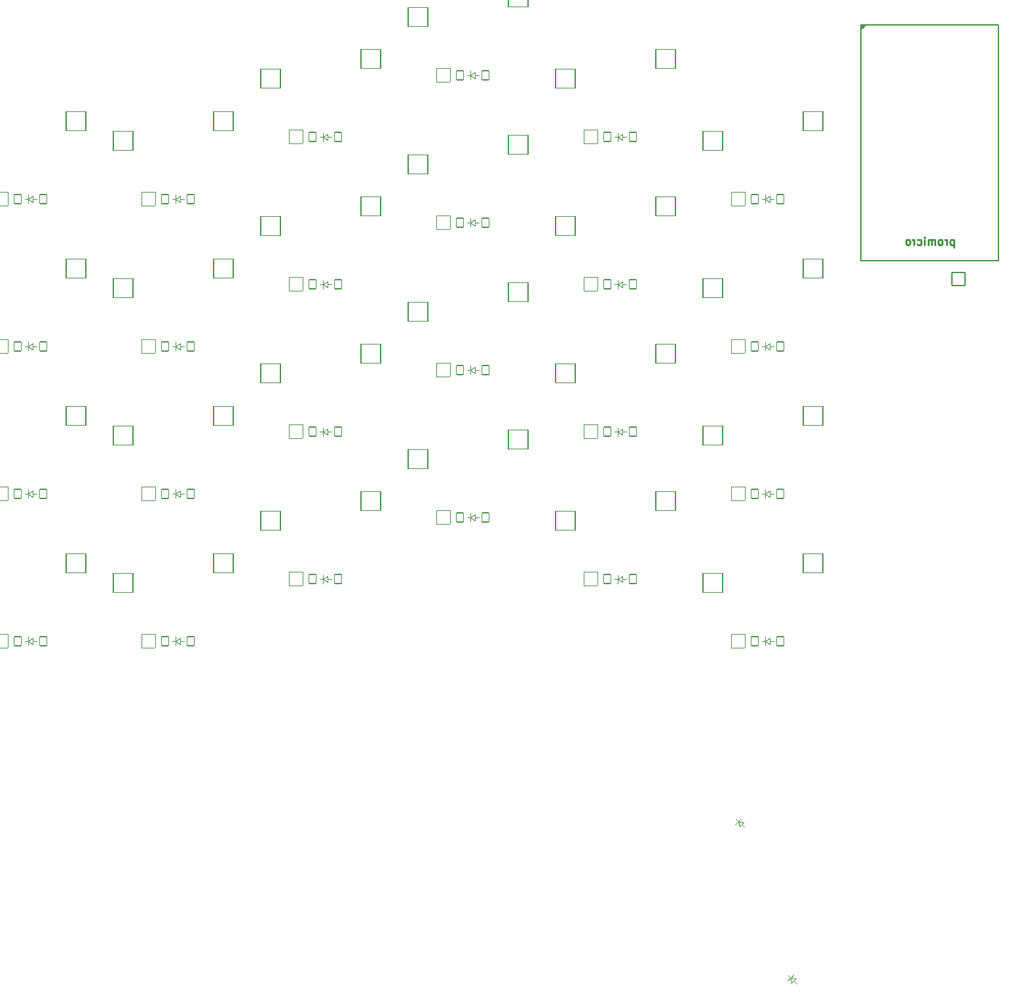
<source format=gbr>
%TF.GenerationSoftware,KiCad,Pcbnew,9.0.3-1.fc42*%
%TF.CreationDate,2025-07-31T15:34:24-03:00*%
%TF.ProjectId,main_pcb,6d61696e-5f70-4636-922e-6b696361645f,v1.0.0*%
%TF.SameCoordinates,Original*%
%TF.FileFunction,Legend,Bot*%
%TF.FilePolarity,Positive*%
%FSLAX46Y46*%
G04 Gerber Fmt 4.6, Leading zero omitted, Abs format (unit mm)*
G04 Created by KiCad (PCBNEW 9.0.3-1.fc42) date 2025-07-31 15:34:24*
%MOMM*%
%LPD*%
G01*
G04 APERTURE LIST*
G04 Aperture macros list*
%AMRoundRect*
0 Rectangle with rounded corners*
0 $1 Rounding radius*
0 $2 $3 $4 $5 $6 $7 $8 $9 X,Y pos of 4 corners*
0 Add a 4 corners polygon primitive as box body*
4,1,4,$2,$3,$4,$5,$6,$7,$8,$9,$2,$3,0*
0 Add four circle primitives for the rounded corners*
1,1,$1+$1,$2,$3*
1,1,$1+$1,$4,$5*
1,1,$1+$1,$6,$7*
1,1,$1+$1,$8,$9*
0 Add four rect primitives between the rounded corners*
20,1,$1+$1,$2,$3,$4,$5,0*
20,1,$1+$1,$4,$5,$6,$7,0*
20,1,$1+$1,$6,$7,$8,$9,0*
20,1,$1+$1,$8,$9,$2,$3,0*%
%AMFreePoly0*
4,1,16,0.535355,0.785355,0.550000,0.750000,0.550000,-0.750000,0.535355,-0.785355,0.500000,-0.800000,-0.500000,-0.800000,-0.535355,-0.785355,-0.541603,-0.777735,-1.041603,-0.027735,-1.049029,0.009806,-1.041603,0.027735,-0.541603,0.777735,-0.509806,0.799029,-0.500000,0.800000,0.500000,0.800000,0.535355,0.785355,0.535355,0.785355,$1*%
%AMFreePoly1*
4,1,16,0.685355,0.785355,0.700000,0.750000,0.691603,0.722265,0.210093,0.000000,0.691603,-0.722265,0.699029,-0.759806,0.677735,-0.791603,0.650000,-0.800000,-0.500000,-0.800000,-0.535355,-0.785355,-0.550000,-0.750000,-0.550000,0.750000,-0.535355,0.785355,-0.500000,0.800000,0.650000,0.800000,0.685355,0.785355,0.685355,0.785355,$1*%
G04 Aperture macros list end*
%ADD10C,0.250000*%
%ADD11C,0.100000*%
%ADD12C,0.200000*%
%ADD13RoundRect,0.050000X-0.889000X-0.889000X0.889000X-0.889000X0.889000X0.889000X-0.889000X0.889000X0*%
%ADD14RoundRect,0.050000X-0.450000X-0.600000X0.450000X-0.600000X0.450000X0.600000X-0.450000X0.600000X0*%
%ADD15C,2.005000*%
%ADD16C,1.801800*%
%ADD17C,3.100000*%
%ADD18C,4.087800*%
%ADD19RoundRect,0.050000X-1.785445X0.017678X0.017678X-1.785445X1.785445X-0.017678X-0.017678X1.785445X0*%
%ADD20RoundRect,0.050000X-1.275000X-1.250000X1.275000X-1.250000X1.275000X1.250000X-1.275000X1.250000X0*%
%ADD21C,1.852600*%
%ADD22FreePoly0,180.000000*%
%ADD23FreePoly1,180.000000*%
%ADD24FreePoly1,0.000000*%
%ADD25FreePoly0,0.000000*%
%ADD26C,0.900000*%
%ADD27RoundRect,0.050000X-1.257236X0.000000X0.000000X-1.257236X1.257236X0.000000X0.000000X1.257236X0*%
%ADD28RoundRect,0.050000X-0.742462X-0.106066X-0.106066X-0.742462X0.742462X0.106066X0.106066X0.742462X0*%
%ADD29C,1.600000*%
%ADD30O,2.300000X1.700000*%
%ADD31C,0.800000*%
%ADD32C,4.500000*%
%ADD33RoundRect,0.050000X-0.850000X-0.850000X0.850000X-0.850000X0.850000X0.850000X-0.850000X0.850000X0*%
%ADD34O,1.800000X1.800000*%
G04 APERTURE END LIST*
D10*
X269291428Y-103102952D02*
X269291428Y-104102952D01*
X269291428Y-103150571D02*
X269196190Y-103102952D01*
X269196190Y-103102952D02*
X269005714Y-103102952D01*
X269005714Y-103102952D02*
X268910476Y-103150571D01*
X268910476Y-103150571D02*
X268862857Y-103198190D01*
X268862857Y-103198190D02*
X268815238Y-103293428D01*
X268815238Y-103293428D02*
X268815238Y-103579142D01*
X268815238Y-103579142D02*
X268862857Y-103674380D01*
X268862857Y-103674380D02*
X268910476Y-103722000D01*
X268910476Y-103722000D02*
X269005714Y-103769619D01*
X269005714Y-103769619D02*
X269196190Y-103769619D01*
X269196190Y-103769619D02*
X269291428Y-103722000D01*
X268386666Y-103769619D02*
X268386666Y-103102952D01*
X268386666Y-103293428D02*
X268339047Y-103198190D01*
X268339047Y-103198190D02*
X268291428Y-103150571D01*
X268291428Y-103150571D02*
X268196190Y-103102952D01*
X268196190Y-103102952D02*
X268100952Y-103102952D01*
X267624761Y-103769619D02*
X267719999Y-103722000D01*
X267719999Y-103722000D02*
X267767618Y-103674380D01*
X267767618Y-103674380D02*
X267815237Y-103579142D01*
X267815237Y-103579142D02*
X267815237Y-103293428D01*
X267815237Y-103293428D02*
X267767618Y-103198190D01*
X267767618Y-103198190D02*
X267719999Y-103150571D01*
X267719999Y-103150571D02*
X267624761Y-103102952D01*
X267624761Y-103102952D02*
X267481904Y-103102952D01*
X267481904Y-103102952D02*
X267386666Y-103150571D01*
X267386666Y-103150571D02*
X267339047Y-103198190D01*
X267339047Y-103198190D02*
X267291428Y-103293428D01*
X267291428Y-103293428D02*
X267291428Y-103579142D01*
X267291428Y-103579142D02*
X267339047Y-103674380D01*
X267339047Y-103674380D02*
X267386666Y-103722000D01*
X267386666Y-103722000D02*
X267481904Y-103769619D01*
X267481904Y-103769619D02*
X267624761Y-103769619D01*
X266862856Y-103769619D02*
X266862856Y-103102952D01*
X266862856Y-103198190D02*
X266815237Y-103150571D01*
X266815237Y-103150571D02*
X266719999Y-103102952D01*
X266719999Y-103102952D02*
X266577142Y-103102952D01*
X266577142Y-103102952D02*
X266481904Y-103150571D01*
X266481904Y-103150571D02*
X266434285Y-103245809D01*
X266434285Y-103245809D02*
X266434285Y-103769619D01*
X266434285Y-103245809D02*
X266386666Y-103150571D01*
X266386666Y-103150571D02*
X266291428Y-103102952D01*
X266291428Y-103102952D02*
X266148571Y-103102952D01*
X266148571Y-103102952D02*
X266053332Y-103150571D01*
X266053332Y-103150571D02*
X266005713Y-103245809D01*
X266005713Y-103245809D02*
X266005713Y-103769619D01*
X265529523Y-103769619D02*
X265529523Y-103102952D01*
X265529523Y-102769619D02*
X265577142Y-102817238D01*
X265577142Y-102817238D02*
X265529523Y-102864857D01*
X265529523Y-102864857D02*
X265481904Y-102817238D01*
X265481904Y-102817238D02*
X265529523Y-102769619D01*
X265529523Y-102769619D02*
X265529523Y-102864857D01*
X264624762Y-103722000D02*
X264720000Y-103769619D01*
X264720000Y-103769619D02*
X264910476Y-103769619D01*
X264910476Y-103769619D02*
X265005714Y-103722000D01*
X265005714Y-103722000D02*
X265053333Y-103674380D01*
X265053333Y-103674380D02*
X265100952Y-103579142D01*
X265100952Y-103579142D02*
X265100952Y-103293428D01*
X265100952Y-103293428D02*
X265053333Y-103198190D01*
X265053333Y-103198190D02*
X265005714Y-103150571D01*
X265005714Y-103150571D02*
X264910476Y-103102952D01*
X264910476Y-103102952D02*
X264720000Y-103102952D01*
X264720000Y-103102952D02*
X264624762Y-103150571D01*
X264196190Y-103769619D02*
X264196190Y-103102952D01*
X264196190Y-103293428D02*
X264148571Y-103198190D01*
X264148571Y-103198190D02*
X264100952Y-103150571D01*
X264100952Y-103150571D02*
X264005714Y-103102952D01*
X264005714Y-103102952D02*
X263910476Y-103102952D01*
X263434285Y-103769619D02*
X263529523Y-103722000D01*
X263529523Y-103722000D02*
X263577142Y-103674380D01*
X263577142Y-103674380D02*
X263624761Y-103579142D01*
X263624761Y-103579142D02*
X263624761Y-103293428D01*
X263624761Y-103293428D02*
X263577142Y-103198190D01*
X263577142Y-103198190D02*
X263529523Y-103150571D01*
X263529523Y-103150571D02*
X263434285Y-103102952D01*
X263434285Y-103102952D02*
X263291428Y-103102952D01*
X263291428Y-103102952D02*
X263196190Y-103150571D01*
X263196190Y-103150571D02*
X263148571Y-103198190D01*
X263148571Y-103198190D02*
X263100952Y-103293428D01*
X263100952Y-103293428D02*
X263100952Y-103579142D01*
X263100952Y-103579142D02*
X263148571Y-103674380D01*
X263148571Y-103674380D02*
X263196190Y-103722000D01*
X263196190Y-103722000D02*
X263291428Y-103769619D01*
X263291428Y-103769619D02*
X263434285Y-103769619D01*
D11*
%TO.C,D9*%
X187350000Y-147000000D02*
X187750000Y-147000000D01*
X187750000Y-147000000D02*
X187750000Y-146450000D01*
X187750000Y-147000000D02*
X187750000Y-147550000D01*
X187750000Y-147000000D02*
X188350000Y-146600000D01*
X188350000Y-146600000D02*
X188350000Y-147400000D01*
X188350000Y-147000000D02*
X188850000Y-147000000D01*
X188350000Y-147400000D02*
X187750000Y-147000000D01*
%TO.C,D4*%
X149250000Y-97850000D02*
X149650000Y-97850000D01*
X149650000Y-97850000D02*
X149650000Y-97300000D01*
X149650000Y-97850000D02*
X149650000Y-98400000D01*
X149650000Y-97850000D02*
X150250000Y-97450000D01*
X150250000Y-97450000D02*
X150250000Y-98250000D01*
X150250000Y-97850000D02*
X150750000Y-97850000D01*
X150250000Y-98250000D02*
X149650000Y-97850000D01*
%TO.C,D24*%
X244500000Y-97850000D02*
X244900000Y-97850000D01*
X244900000Y-97850000D02*
X244900000Y-97300000D01*
X244900000Y-97850000D02*
X244900000Y-98400000D01*
X244900000Y-97850000D02*
X245500000Y-97450000D01*
X245500000Y-97450000D02*
X245500000Y-98250000D01*
X245500000Y-97850000D02*
X246000000Y-97850000D01*
X245500000Y-98250000D02*
X244900000Y-97850000D01*
%TO.C,D18*%
X225450000Y-127950000D02*
X225850000Y-127950000D01*
X225850000Y-127950000D02*
X225850000Y-127400000D01*
X225850000Y-127950000D02*
X225850000Y-128500000D01*
X225850000Y-127950000D02*
X226450000Y-127550000D01*
X226450000Y-127550000D02*
X226450000Y-128350000D01*
X226450000Y-127950000D02*
X226950000Y-127950000D01*
X226450000Y-128350000D02*
X225850000Y-127950000D01*
%TO.C,D13*%
X206400000Y-139000000D02*
X206800000Y-139000000D01*
X206800000Y-139000000D02*
X206800000Y-138450000D01*
X206800000Y-139000000D02*
X206800000Y-139550000D01*
X206800000Y-139000000D02*
X207400000Y-138600000D01*
X207400000Y-138600000D02*
X207400000Y-139400000D01*
X207400000Y-139000000D02*
X207900000Y-139000000D01*
X207400000Y-139400000D02*
X206800000Y-139000000D01*
%TO.C,MCU1*%
X257965000Y-75329999D02*
X257330001Y-75964999D01*
X257330000Y-75325000D01*
X257965000Y-75329999D01*
G36*
X257965000Y-75329999D02*
G01*
X257330001Y-75964999D01*
X257330000Y-75325000D01*
X257965000Y-75329999D01*
G37*
D12*
X275109995Y-75325003D02*
X275110000Y-105815000D01*
X257330005Y-105814997D01*
X257330000Y-75325000D01*
X275109995Y-75325003D01*
D11*
%TO.C,D22*%
X244500000Y-135950000D02*
X244900000Y-135950000D01*
X244900000Y-135950000D02*
X244900000Y-135400000D01*
X244900000Y-135950000D02*
X244900000Y-136500000D01*
X244900000Y-135950000D02*
X245500000Y-135550000D01*
X245500000Y-135550000D02*
X245500000Y-136350000D01*
X245500000Y-135950000D02*
X246000000Y-135950000D01*
X245500000Y-136350000D02*
X244900000Y-135950000D01*
%TO.C,D5*%
X168300000Y-155000000D02*
X168700000Y-155000000D01*
X168700000Y-155000000D02*
X168700000Y-154450000D01*
X168700000Y-155000000D02*
X168700000Y-155550000D01*
X168700000Y-155000000D02*
X169300000Y-154600000D01*
X169300000Y-154600000D02*
X169300000Y-155400000D01*
X169300000Y-155000000D02*
X169800000Y-155000000D01*
X169300000Y-155400000D02*
X168700000Y-155000000D01*
%TO.C,D25*%
X241184170Y-178005170D02*
X241467013Y-178288013D01*
X241467013Y-178288013D02*
X241078104Y-178676921D01*
X241467013Y-178288013D02*
X241855921Y-177899104D01*
X241467013Y-178288013D02*
X242174119Y-178429434D01*
X241608434Y-178995119D02*
X241467013Y-178288013D01*
X241891277Y-178712277D02*
X242244830Y-179065830D01*
X242174119Y-178429434D02*
X241608434Y-178995119D01*
%TO.C,D11*%
X187350000Y-108900000D02*
X187750000Y-108900000D01*
X187750000Y-108900000D02*
X187750000Y-108350000D01*
X187750000Y-108900000D02*
X187750000Y-109450000D01*
X187750000Y-108900000D02*
X188350000Y-108500000D01*
X188350000Y-108500000D02*
X188350000Y-109300000D01*
X188350000Y-108900000D02*
X188850000Y-108900000D01*
X188350000Y-109300000D02*
X187750000Y-108900000D01*
%TO.C,D1*%
X149250000Y-155000000D02*
X149650000Y-155000000D01*
X149650000Y-155000000D02*
X149650000Y-154450000D01*
X149650000Y-155000000D02*
X149650000Y-155550000D01*
X149650000Y-155000000D02*
X150250000Y-154600000D01*
X150250000Y-154600000D02*
X150250000Y-155400000D01*
X150250000Y-155000000D02*
X150750000Y-155000000D01*
X150250000Y-155400000D02*
X149650000Y-155000000D01*
%TO.C,D20*%
X225450000Y-89850000D02*
X225850000Y-89850000D01*
X225850000Y-89850000D02*
X225850000Y-89300000D01*
X225850000Y-89850000D02*
X225850000Y-90400000D01*
X225850000Y-89850000D02*
X226450000Y-89450000D01*
X226450000Y-89450000D02*
X226450000Y-90250000D01*
X226450000Y-89850000D02*
X226950000Y-89850000D01*
X226450000Y-90250000D02*
X225850000Y-89850000D01*
%TO.C,D19*%
X225450000Y-108900000D02*
X225850000Y-108900000D01*
X225850000Y-108900000D02*
X225850000Y-108350000D01*
X225850000Y-108900000D02*
X225850000Y-109450000D01*
X225850000Y-108900000D02*
X226450000Y-108500000D01*
X226450000Y-108500000D02*
X226450000Y-109300000D01*
X226450000Y-108900000D02*
X226950000Y-108900000D01*
X226450000Y-109300000D02*
X225850000Y-108900000D01*
%TO.C,D14*%
X206400000Y-119950000D02*
X206800000Y-119950000D01*
X206800000Y-119950000D02*
X206800000Y-119400000D01*
X206800000Y-119950000D02*
X206800000Y-120500000D01*
X206800000Y-119950000D02*
X207400000Y-119550000D01*
X207400000Y-119550000D02*
X207400000Y-120350000D01*
X207400000Y-119950000D02*
X207900000Y-119950000D01*
X207400000Y-120350000D02*
X206800000Y-119950000D01*
%TO.C,D17*%
X225450000Y-147000000D02*
X225850000Y-147000000D01*
X225850000Y-147000000D02*
X225850000Y-146450000D01*
X225850000Y-147000000D02*
X225850000Y-147550000D01*
X225850000Y-147000000D02*
X226450000Y-146600000D01*
X226450000Y-146600000D02*
X226450000Y-147400000D01*
X226450000Y-147000000D02*
X226950000Y-147000000D01*
X226450000Y-147400000D02*
X225850000Y-147000000D01*
%TO.C,D7*%
X168300000Y-116900000D02*
X168700000Y-116900000D01*
X168700000Y-116900000D02*
X168700000Y-116350000D01*
X168700000Y-116900000D02*
X168700000Y-117450000D01*
X168700000Y-116900000D02*
X169300000Y-116500000D01*
X169300000Y-116500000D02*
X169300000Y-117300000D01*
X169300000Y-116900000D02*
X169800000Y-116900000D01*
X169300000Y-117300000D02*
X168700000Y-116900000D01*
%TO.C,D12*%
X187350000Y-89850000D02*
X187750000Y-89850000D01*
X187750000Y-89850000D02*
X187750000Y-89300000D01*
X187750000Y-89850000D02*
X187750000Y-90400000D01*
X187750000Y-89850000D02*
X188350000Y-89450000D01*
X188350000Y-89450000D02*
X188350000Y-90250000D01*
X188350000Y-89850000D02*
X188850000Y-89850000D01*
X188350000Y-90250000D02*
X187750000Y-89850000D01*
%TO.C,D26*%
X247919370Y-198210770D02*
X248202213Y-198493613D01*
X248202213Y-198493613D02*
X247813304Y-198882521D01*
X248202213Y-198493613D02*
X248591121Y-198104704D01*
X248202213Y-198493613D02*
X248909319Y-198635034D01*
X248343634Y-199200719D02*
X248202213Y-198493613D01*
X248626477Y-198917877D02*
X248980030Y-199271430D01*
X248909319Y-198635034D02*
X248343634Y-199200719D01*
%TO.C,D16*%
X206400000Y-81850000D02*
X206800000Y-81850000D01*
X206800000Y-81850000D02*
X206800000Y-81300000D01*
X206800000Y-81850000D02*
X206800000Y-82400000D01*
X206800000Y-81850000D02*
X207400000Y-81450000D01*
X207400000Y-81450000D02*
X207400000Y-82250000D01*
X207400000Y-81850000D02*
X207900000Y-81850000D01*
X207400000Y-82250000D02*
X206800000Y-81850000D01*
%TO.C,D10*%
X187350000Y-127950000D02*
X187750000Y-127950000D01*
X187750000Y-127950000D02*
X187750000Y-127400000D01*
X187750000Y-127950000D02*
X187750000Y-128500000D01*
X187750000Y-127950000D02*
X188350000Y-127550000D01*
X188350000Y-127550000D02*
X188350000Y-128350000D01*
X188350000Y-127950000D02*
X188850000Y-127950000D01*
X188350000Y-128350000D02*
X187750000Y-127950000D01*
%TO.C,D6*%
X168300000Y-135950000D02*
X168700000Y-135950000D01*
X168700000Y-135950000D02*
X168700000Y-135400000D01*
X168700000Y-135950000D02*
X168700000Y-136500000D01*
X168700000Y-135950000D02*
X169300000Y-135550000D01*
X169300000Y-135550000D02*
X169300000Y-136350000D01*
X169300000Y-135950000D02*
X169800000Y-135950000D01*
X169300000Y-136350000D02*
X168700000Y-135950000D01*
%TO.C,D3*%
X149250000Y-116900000D02*
X149650000Y-116900000D01*
X149650000Y-116900000D02*
X149650000Y-116350000D01*
X149650000Y-116900000D02*
X149650000Y-117450000D01*
X149650000Y-116900000D02*
X150250000Y-116500000D01*
X150250000Y-116500000D02*
X150250000Y-117300000D01*
X150250000Y-116900000D02*
X150750000Y-116900000D01*
X150250000Y-117300000D02*
X149650000Y-116900000D01*
%TO.C,D2*%
X149250000Y-135950000D02*
X149650000Y-135950000D01*
X149650000Y-135950000D02*
X149650000Y-135400000D01*
X149650000Y-135950000D02*
X149650000Y-136500000D01*
X149650000Y-135950000D02*
X150250000Y-135550000D01*
X150250000Y-135550000D02*
X150250000Y-136350000D01*
X150250000Y-135950000D02*
X150750000Y-135950000D01*
X150250000Y-136350000D02*
X149650000Y-135950000D01*
%TO.C,D21*%
X244500000Y-155000000D02*
X244900000Y-155000000D01*
X244900000Y-155000000D02*
X244900000Y-154450000D01*
X244900000Y-155000000D02*
X244900000Y-155550000D01*
X244900000Y-155000000D02*
X245500000Y-154600000D01*
X245500000Y-154600000D02*
X245500000Y-155400000D01*
X245500000Y-155000000D02*
X246000000Y-155000000D01*
X245500000Y-155400000D02*
X244900000Y-155000000D01*
%TO.C,D23*%
X244500000Y-116900000D02*
X244900000Y-116900000D01*
X244900000Y-116900000D02*
X244900000Y-116350000D01*
X244900000Y-116900000D02*
X244900000Y-117450000D01*
X244900000Y-116900000D02*
X245500000Y-116500000D01*
X245500000Y-116500000D02*
X245500000Y-117300000D01*
X245500000Y-116900000D02*
X246000000Y-116900000D01*
X245500000Y-117300000D02*
X244900000Y-116900000D01*
%TO.C,D8*%
X168300000Y-97850000D02*
X168700000Y-97850000D01*
X168700000Y-97850000D02*
X168700000Y-97300000D01*
X168700000Y-97850000D02*
X168700000Y-98400000D01*
X168700000Y-97850000D02*
X169300000Y-97450000D01*
X169300000Y-97450000D02*
X169300000Y-98250000D01*
X169300000Y-97850000D02*
X169800000Y-97850000D01*
X169300000Y-98250000D02*
X168700000Y-97850000D01*
%TO.C,D15*%
X206400000Y-100900000D02*
X206800000Y-100900000D01*
X206800000Y-100900000D02*
X206800000Y-100350000D01*
X206800000Y-100900000D02*
X206800000Y-101450000D01*
X206800000Y-100900000D02*
X207400000Y-100500000D01*
X207400000Y-100500000D02*
X207400000Y-101300000D01*
X207400000Y-100900000D02*
X207900000Y-100900000D01*
X207400000Y-101300000D02*
X206800000Y-100900000D01*
%TD*%
%LPC*%
D13*
%TO.C,D9*%
X184290000Y-147000000D03*
D14*
X186450000Y-147000000D03*
X189750000Y-147000000D03*
D15*
X191910000Y-147000000D03*
%TD*%
D13*
%TO.C,D4*%
X146190000Y-97850000D03*
D14*
X148350000Y-97850000D03*
X151650000Y-97850000D03*
D15*
X153810000Y-97850000D03*
%TD*%
D13*
%TO.C,D24*%
X241440000Y-97850000D03*
D14*
X243600000Y-97850000D03*
X246900000Y-97850000D03*
D15*
X249060000Y-97850000D03*
%TD*%
D13*
%TO.C,D18*%
X222390000Y-127950000D03*
D14*
X224550000Y-127950000D03*
X227850000Y-127950000D03*
D15*
X230010000Y-127950000D03*
%TD*%
D13*
%TO.C,D13*%
X203340000Y-139000000D03*
D14*
X205500000Y-139000000D03*
X208800000Y-139000000D03*
D15*
X210960000Y-139000000D03*
%TD*%
D16*
%TO.C,S26*%
X248393098Y-191613498D03*
D17*
X251087174Y-190715472D03*
X253781251Y-189817446D03*
D18*
X251985200Y-195205600D03*
D17*
X257373354Y-193409549D03*
X256475328Y-196103626D03*
D16*
X255577302Y-198797702D03*
D19*
X248771400Y-188399697D03*
X259708220Y-195744415D03*
%TD*%
D16*
%TO.C,S22*%
X240170000Y-130950000D03*
D17*
X241440000Y-128410000D03*
X242710000Y-125870000D03*
D18*
X245250000Y-130950000D03*
D17*
X247790000Y-125870000D03*
X249060000Y-128410000D03*
D16*
X250330000Y-130950000D03*
D20*
X238165000Y-128410000D03*
X251092000Y-125870000D03*
%TD*%
D16*
%TO.C,S12*%
X183020000Y-84850000D03*
D17*
X184290000Y-82310000D03*
X185560000Y-79770000D03*
D18*
X188100000Y-84850000D03*
D17*
X190640000Y-79770000D03*
X191910000Y-82310000D03*
D16*
X193180000Y-84850000D03*
D20*
X181015000Y-82310000D03*
X193942000Y-79770000D03*
%TD*%
D16*
%TO.C,S11*%
X183020000Y-103900000D03*
D17*
X184290000Y-101360000D03*
X185560000Y-98820000D03*
D18*
X188100000Y-103900000D03*
D17*
X190640000Y-98820000D03*
X191910000Y-101360000D03*
D16*
X193180000Y-103900000D03*
D20*
X181015000Y-101360000D03*
X193942000Y-98820000D03*
%TD*%
D21*
%TO.C,MCU1*%
X258599997Y-86759999D03*
X258599999Y-79140001D03*
X258599999Y-91840001D03*
X258599999Y-96919999D03*
X258599999Y-99459995D03*
X258600000Y-94380000D03*
X258600000Y-102000000D03*
X258600001Y-81679999D03*
X258600001Y-84220001D03*
X258600001Y-89300000D03*
X258600008Y-104539999D03*
X258600015Y-76600002D03*
D22*
X260504999Y-76600000D03*
X260504999Y-94380001D03*
X260504999Y-99459997D03*
X260504999Y-104540003D03*
X260505000Y-79140001D03*
X260505000Y-81680000D03*
X260505000Y-84219999D03*
X260505000Y-102000000D03*
X260505001Y-86760000D03*
X260505001Y-91839999D03*
X260505003Y-89300001D03*
X260505003Y-96920001D03*
D23*
X261954993Y-94380000D03*
X261954994Y-81680002D03*
X261954995Y-99460000D03*
X261954995Y-104539999D03*
X261954996Y-76600000D03*
X261954996Y-84220000D03*
X261954996Y-91840000D03*
X261954996Y-96920000D03*
X261954996Y-101999999D03*
X261954997Y-79140001D03*
X261954997Y-89300000D03*
X261954998Y-86760008D03*
D24*
X270484993Y-91839986D03*
X270484994Y-79139999D03*
X270484994Y-84219999D03*
X270484994Y-89300007D03*
X270484994Y-96920000D03*
X270484994Y-99460000D03*
X270484994Y-104540000D03*
X270484995Y-76600000D03*
X270484995Y-81680001D03*
X270484995Y-101999999D03*
X270484996Y-94380000D03*
X270485001Y-86760000D03*
D25*
X271934997Y-84219999D03*
X271934997Y-91839999D03*
X271934999Y-89300001D03*
X271934999Y-94380000D03*
X271935000Y-79140000D03*
X271935000Y-96920001D03*
X271935000Y-99460000D03*
X271935000Y-101999999D03*
X271935001Y-76599997D03*
X271935001Y-81680003D03*
X271935001Y-86759999D03*
X271935001Y-104540000D03*
D21*
X273839985Y-104539998D03*
X273839992Y-76600001D03*
X273839999Y-91840000D03*
X273839999Y-96919999D03*
X273839999Y-99460001D03*
X273840000Y-79140000D03*
X273840000Y-86760000D03*
X273840001Y-81680005D03*
X273840001Y-84220001D03*
X273840001Y-89299999D03*
X273840001Y-101999999D03*
X273840003Y-94380001D03*
D26*
X268840000Y-76599999D03*
X263599997Y-81680004D03*
X263600000Y-84219999D03*
X268840003Y-79140004D03*
X263600001Y-79139999D03*
X263600000Y-76600000D03*
X263599999Y-86760000D03*
X263599999Y-89300001D03*
X263600000Y-91840000D03*
X263600001Y-94379999D03*
X263600001Y-96920000D03*
X263600001Y-99459999D03*
X263599997Y-101999996D03*
X263600000Y-104540001D03*
X268840000Y-104540000D03*
X268840003Y-99459996D03*
X268840000Y-96920001D03*
X268839999Y-102000001D03*
X268840001Y-94380000D03*
X268840001Y-91839999D03*
X268840000Y-89300000D03*
X268839999Y-86760001D03*
X268839999Y-81680001D03*
X268839999Y-84220000D03*
%TD*%
D16*
%TO.C,S9*%
X183020000Y-142000000D03*
D17*
X184290000Y-139460000D03*
X185560000Y-136920000D03*
D18*
X188100000Y-142000000D03*
D17*
X190640000Y-136920000D03*
X191910000Y-139460000D03*
D16*
X193180000Y-142000000D03*
D20*
X181015000Y-139460000D03*
X193942000Y-136920000D03*
%TD*%
D13*
%TO.C,D22*%
X241440000Y-135950000D03*
D14*
X243600000Y-135950000D03*
X246900000Y-135950000D03*
D15*
X249060000Y-135950000D03*
%TD*%
D13*
%TO.C,D5*%
X165240000Y-155000000D03*
D14*
X167400000Y-155000000D03*
X170700000Y-155000000D03*
D15*
X172860000Y-155000000D03*
%TD*%
D16*
%TO.C,S4*%
X144920000Y-92850000D03*
D17*
X146190000Y-90310000D03*
X147460000Y-87770000D03*
D18*
X150000000Y-92850000D03*
D17*
X152540000Y-87770000D03*
X153810000Y-90310000D03*
D16*
X155080000Y-92850000D03*
D20*
X142915000Y-90310000D03*
X155842000Y-87770000D03*
%TD*%
D16*
%TO.C,S20*%
X221120000Y-84850000D03*
D17*
X222390000Y-82310000D03*
X223660000Y-79770000D03*
D18*
X226200000Y-84850000D03*
D17*
X228740000Y-79770000D03*
X230010000Y-82310000D03*
D16*
X231280000Y-84850000D03*
D20*
X219115000Y-82310000D03*
X232042000Y-79770000D03*
%TD*%
D16*
%TO.C,S15*%
X202070000Y-95900000D03*
D17*
X203340000Y-93360000D03*
X204610000Y-90820000D03*
D18*
X207150000Y-95900000D03*
D17*
X209690000Y-90820000D03*
X210960000Y-93360000D03*
D16*
X212230000Y-95900000D03*
D20*
X200065000Y-93360000D03*
X212992000Y-90820000D03*
%TD*%
D27*
%TO.C,D25*%
X239020423Y-175841423D03*
D28*
X240547774Y-177368774D03*
X242881226Y-179702226D03*
D15*
X244408577Y-181229577D03*
%TD*%
D13*
%TO.C,D11*%
X184290000Y-108900000D03*
D14*
X186450000Y-108900000D03*
X189750000Y-108900000D03*
D15*
X191910000Y-108900000D03*
%TD*%
D13*
%TO.C,D1*%
X146190000Y-155000000D03*
D14*
X148350000Y-155000000D03*
X151650000Y-155000000D03*
D15*
X153810000Y-155000000D03*
%TD*%
D13*
%TO.C,D20*%
X222390000Y-89850000D03*
D14*
X224550000Y-89850000D03*
X227850000Y-89850000D03*
D15*
X230010000Y-89850000D03*
%TD*%
D16*
%TO.C,S5*%
X163970000Y-150000000D03*
D17*
X165240000Y-147460000D03*
X166510000Y-144920000D03*
D18*
X169050000Y-150000000D03*
D17*
X171590000Y-144920000D03*
X172860000Y-147460000D03*
D16*
X174130000Y-150000000D03*
D20*
X161965000Y-147460000D03*
X174892000Y-144920000D03*
%TD*%
D13*
%TO.C,D19*%
X222390000Y-108900000D03*
D14*
X224550000Y-108900000D03*
X227850000Y-108900000D03*
D15*
X230010000Y-108900000D03*
%TD*%
D13*
%TO.C,D14*%
X203340000Y-119950000D03*
D14*
X205500000Y-119950000D03*
X208800000Y-119950000D03*
D15*
X210960000Y-119950000D03*
%TD*%
D16*
%TO.C,S8*%
X163970000Y-92850000D03*
D17*
X165240000Y-90310000D03*
X166510000Y-87770000D03*
D18*
X169050000Y-92850000D03*
D17*
X171590000Y-87770000D03*
X172860000Y-90310000D03*
D16*
X174130000Y-92850000D03*
D20*
X161965000Y-90310000D03*
X174892000Y-87770000D03*
%TD*%
D16*
%TO.C,S10*%
X183020000Y-122950000D03*
D17*
X184290000Y-120410000D03*
X185560000Y-117870000D03*
D18*
X188100000Y-122950000D03*
D17*
X190640000Y-117870000D03*
X191910000Y-120410000D03*
D16*
X193180000Y-122950000D03*
D20*
X181015000Y-120410000D03*
X193942000Y-117870000D03*
%TD*%
D13*
%TO.C,D17*%
X222390000Y-147000000D03*
D14*
X224550000Y-147000000D03*
X227850000Y-147000000D03*
D15*
X230010000Y-147000000D03*
%TD*%
D13*
%TO.C,D7*%
X165240000Y-116900000D03*
D14*
X167400000Y-116900000D03*
X170700000Y-116900000D03*
D15*
X172860000Y-116900000D03*
%TD*%
D13*
%TO.C,D12*%
X184290000Y-89850000D03*
D14*
X186450000Y-89850000D03*
X189750000Y-89850000D03*
D15*
X191910000Y-89850000D03*
%TD*%
D27*
%TO.C,D26*%
X245755623Y-196047023D03*
D28*
X247282974Y-197574374D03*
X249616426Y-199907826D03*
D15*
X251143777Y-201435177D03*
%TD*%
D29*
%TO.C,TRRS1*%
X275150000Y-115600000D03*
X268150000Y-115600000D03*
D30*
X265450000Y-113300000D03*
X265450000Y-117900000D03*
X266550000Y-113300000D03*
X266550000Y-117900000D03*
X270550000Y-113300000D03*
X270550000Y-117900000D03*
X273550000Y-113300000D03*
X273550000Y-117900000D03*
%TD*%
D16*
%TO.C,S19*%
X221120000Y-103900000D03*
D17*
X222390000Y-101360000D03*
X223660000Y-98820000D03*
D18*
X226200000Y-103900000D03*
D17*
X228740000Y-98820000D03*
X230010000Y-101360000D03*
D16*
X231280000Y-103900000D03*
D20*
X219115000Y-101360000D03*
X232042000Y-98820000D03*
%TD*%
D13*
%TO.C,D16*%
X203340000Y-81850000D03*
D14*
X205500000Y-81850000D03*
X208800000Y-81850000D03*
D15*
X210960000Y-81850000D03*
%TD*%
D16*
%TO.C,S1*%
X144920000Y-150000000D03*
D17*
X146190000Y-147460000D03*
X147460000Y-144920000D03*
D18*
X150000000Y-150000000D03*
D17*
X152540000Y-144920000D03*
X153810000Y-147460000D03*
D16*
X155080000Y-150000000D03*
D20*
X142915000Y-147460000D03*
X155842000Y-144920000D03*
%TD*%
D16*
%TO.C,S6*%
X163970000Y-130950000D03*
D17*
X165240000Y-128410000D03*
X166510000Y-125870000D03*
D18*
X169050000Y-130950000D03*
D17*
X171590000Y-125870000D03*
X172860000Y-128410000D03*
D16*
X174130000Y-130950000D03*
D20*
X161965000Y-128410000D03*
X174892000Y-125870000D03*
%TD*%
D16*
%TO.C,S7*%
X163970000Y-111900000D03*
D17*
X165240000Y-109360000D03*
X166510000Y-106820000D03*
D18*
X169050000Y-111900000D03*
D17*
X171590000Y-106820000D03*
X172860000Y-109360000D03*
D16*
X174130000Y-111900000D03*
D20*
X161965000Y-109360000D03*
X174892000Y-106820000D03*
%TD*%
D13*
%TO.C,D10*%
X184290000Y-127950000D03*
D14*
X186450000Y-127950000D03*
X189750000Y-127950000D03*
D15*
X191910000Y-127950000D03*
%TD*%
D16*
%TO.C,S16*%
X202070000Y-76850000D03*
D17*
X203340000Y-74310000D03*
X204610000Y-71770000D03*
D18*
X207150000Y-76850000D03*
D17*
X209690000Y-71770000D03*
X210960000Y-74310000D03*
D16*
X212230000Y-76850000D03*
D20*
X200065000Y-74310000D03*
X212992000Y-71770000D03*
%TD*%
D16*
%TO.C,S17*%
X221120000Y-142000000D03*
D17*
X222390000Y-139460000D03*
X223660000Y-136920000D03*
D18*
X226200000Y-142000000D03*
D17*
X228740000Y-136920000D03*
X230010000Y-139460000D03*
D16*
X231280000Y-142000000D03*
D20*
X219115000Y-139460000D03*
X232042000Y-136920000D03*
%TD*%
D16*
%TO.C,S13*%
X202070000Y-134000000D03*
D17*
X203340000Y-131460000D03*
X204610000Y-128920000D03*
D18*
X207150000Y-134000000D03*
D17*
X209690000Y-128920000D03*
X210960000Y-131460000D03*
D16*
X212230000Y-134000000D03*
D20*
X200065000Y-131460000D03*
X212992000Y-128920000D03*
%TD*%
D16*
%TO.C,S18*%
X221120000Y-122950000D03*
D17*
X222390000Y-120410000D03*
X223660000Y-117870000D03*
D18*
X226200000Y-122950000D03*
D17*
X228740000Y-117870000D03*
X230010000Y-120410000D03*
D16*
X231280000Y-122950000D03*
D20*
X219115000Y-120410000D03*
X232042000Y-117870000D03*
%TD*%
D31*
%TO.C,_3*%
X243600000Y-80086500D03*
X244083274Y-78919774D03*
X244083274Y-81253226D03*
X245250000Y-78436500D03*
D32*
X245250000Y-80086500D03*
D31*
X245250000Y-81736500D03*
X246416726Y-78919774D03*
X246416726Y-81253226D03*
X246900000Y-80086500D03*
%TD*%
D13*
%TO.C,D6*%
X165240000Y-135950000D03*
D14*
X167400000Y-135950000D03*
X170700000Y-135950000D03*
D15*
X172860000Y-135950000D03*
%TD*%
D16*
%TO.C,S21*%
X240170000Y-150000000D03*
D17*
X241440000Y-147460000D03*
X242710000Y-144920000D03*
D18*
X245250000Y-150000000D03*
D17*
X247790000Y-144920000D03*
X249060000Y-147460000D03*
D16*
X250330000Y-150000000D03*
D20*
X238165000Y-147460000D03*
X251092000Y-144920000D03*
%TD*%
D13*
%TO.C,D3*%
X146190000Y-116900000D03*
D14*
X148350000Y-116900000D03*
X151650000Y-116900000D03*
D15*
X153810000Y-116900000D03*
%TD*%
D13*
%TO.C,D2*%
X146190000Y-135950000D03*
D14*
X148350000Y-135950000D03*
X151650000Y-135950000D03*
D15*
X153810000Y-135950000D03*
%TD*%
D13*
%TO.C,D21*%
X241440000Y-155000000D03*
D14*
X243600000Y-155000000D03*
X246900000Y-155000000D03*
D15*
X249060000Y-155000000D03*
%TD*%
D16*
%TO.C,S25*%
X241657898Y-171407898D03*
D17*
X244351974Y-170509872D03*
X247046051Y-169611846D03*
D18*
X245250000Y-175000000D03*
D17*
X250638154Y-173203949D03*
X249740128Y-175898026D03*
D16*
X248842102Y-178592102D03*
D19*
X242036200Y-168194097D03*
X252973020Y-175538815D03*
%TD*%
D13*
%TO.C,D23*%
X241440000Y-116900000D03*
D14*
X243600000Y-116900000D03*
X246900000Y-116900000D03*
D15*
X249060000Y-116900000D03*
%TD*%
D16*
%TO.C,S23*%
X240170000Y-111900000D03*
D17*
X241440000Y-109360000D03*
X242710000Y-106820000D03*
D18*
X245250000Y-111900000D03*
D17*
X247790000Y-106820000D03*
X249060000Y-109360000D03*
D16*
X250330000Y-111900000D03*
D20*
X238165000Y-109360000D03*
X251092000Y-106820000D03*
%TD*%
D31*
%TO.C,_4*%
X243600000Y-160858500D03*
X244083274Y-159691774D03*
X244083274Y-162025226D03*
X245250000Y-159208500D03*
D32*
X245250000Y-160858500D03*
D31*
X245250000Y-162508500D03*
X246416726Y-159691774D03*
X246416726Y-162025226D03*
X246900000Y-160858500D03*
%TD*%
D16*
%TO.C,S3*%
X144920000Y-111900000D03*
D17*
X146190000Y-109360000D03*
X147460000Y-106820000D03*
D18*
X150000000Y-111900000D03*
D17*
X152540000Y-106820000D03*
X153810000Y-109360000D03*
D16*
X155080000Y-111900000D03*
D20*
X142915000Y-109360000D03*
X155842000Y-106820000D03*
%TD*%
D31*
%TO.C,_1*%
X157875000Y-102375000D03*
X158358274Y-101208274D03*
X158358274Y-103541726D03*
X159525000Y-100725000D03*
D32*
X159525000Y-102375000D03*
D31*
X159525000Y-104025000D03*
X160691726Y-101208274D03*
X160691726Y-103541726D03*
X161175000Y-102375000D03*
%TD*%
D16*
%TO.C,S14*%
X202070000Y-114950000D03*
D17*
X203340000Y-112410000D03*
X204610000Y-109870000D03*
D18*
X207150000Y-114950000D03*
D17*
X209690000Y-109870000D03*
X210960000Y-112410000D03*
D16*
X212230000Y-114950000D03*
D20*
X200065000Y-112410000D03*
X212992000Y-109870000D03*
%TD*%
D33*
%TO.C,OLED1*%
X269940000Y-108200000D03*
D34*
X267400000Y-108200000D03*
X264860000Y-108200000D03*
X262320000Y-108200000D03*
%TD*%
D16*
%TO.C,S2*%
X144920000Y-130950000D03*
D17*
X146190000Y-128410000D03*
X147460000Y-125870000D03*
D18*
X150000000Y-130950000D03*
D17*
X152540000Y-125870000D03*
X153810000Y-128410000D03*
D16*
X155080000Y-130950000D03*
D20*
X142915000Y-128410000D03*
X155842000Y-125870000D03*
%TD*%
D31*
%TO.C,_2*%
X157875000Y-140475000D03*
X158358274Y-139308274D03*
X158358274Y-141641726D03*
X159525000Y-138825000D03*
D32*
X159525000Y-140475000D03*
D31*
X159525000Y-142125000D03*
X160691726Y-139308274D03*
X160691726Y-141641726D03*
X161175000Y-140475000D03*
%TD*%
D13*
%TO.C,D8*%
X165240000Y-97850000D03*
D14*
X167400000Y-97850000D03*
X170700000Y-97850000D03*
D15*
X172860000Y-97850000D03*
%TD*%
D13*
%TO.C,D15*%
X203340000Y-100900000D03*
D14*
X205500000Y-100900000D03*
X208800000Y-100900000D03*
D15*
X210960000Y-100900000D03*
%TD*%
D16*
%TO.C,S24*%
X240170000Y-92850000D03*
D17*
X241440000Y-90310000D03*
X242710000Y-87770000D03*
D18*
X245250000Y-92850000D03*
D17*
X247790000Y-87770000D03*
X249060000Y-90310000D03*
D16*
X250330000Y-92850000D03*
D20*
X238165000Y-90310000D03*
X251092000Y-87770000D03*
%TD*%
%LPD*%
M02*

</source>
